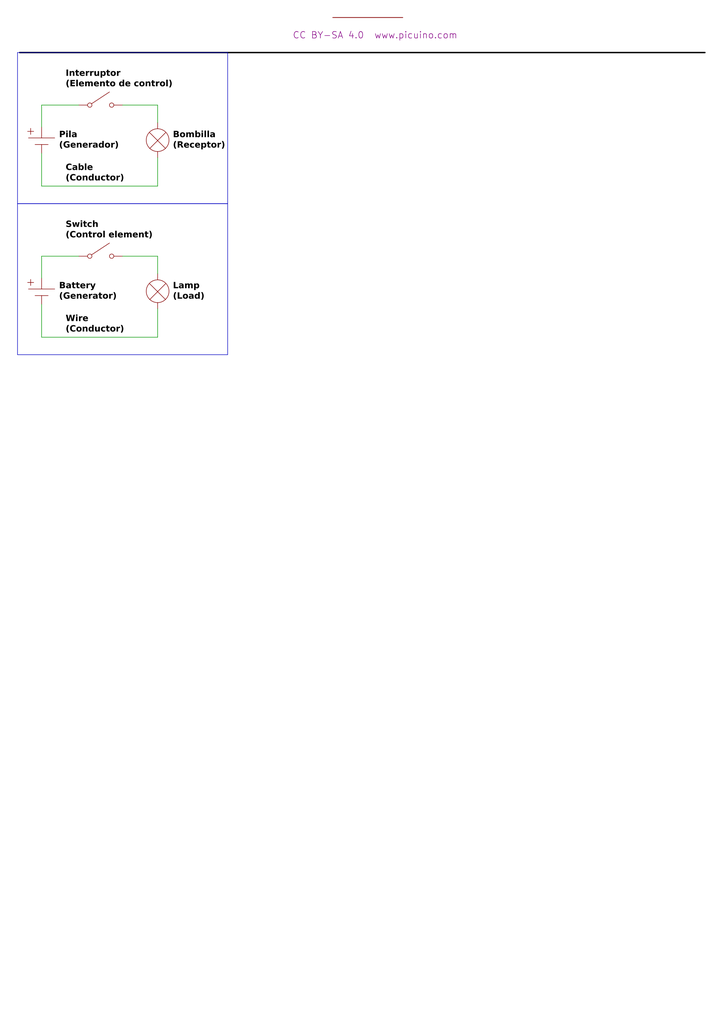
<source format=kicad_sch>
(kicad_sch (version 20230121) (generator eeschema)
  (paper "A4" portrait)
  (title_block (title "Electric circuit") (date "17/02/2023") (company "www.picuino.com") (comment 1 "Copyright (c) 2023 by Carlos Pardo Martín") (comment 2 "License Creative Commons BY-SA 4.0"))
  (lib_symbols
    (symbol "electric-circuit-rescue:CopyRight-simbolos" (pin_names (offset 1.016))
      (property "License" "CC BY-SA 4.0" (at -1.27 -1.27 0))
      (property "Web" "www.picuino.com" (at 0 -1.27 0))
      (symbol "CopyRight-simbolos_0_1"
        (polyline (pts (xy -10.16 0) (xy 10.16 0)) (stroke (width 0.2032)))
      )
    )
    (symbol "simbolos-electricos:Pila" (pin_names (offset 1.016))
      (property "Reference" "V" (at 5.08 -4.445 0))
      (symbol "Pila_0_1"
        (polyline (pts (xy -4.064 -1.27) (xy -2.286 -1.27)))
        (polyline (pts (xy -3.81 -3.175) (xy 3.81 -3.175)))
        (polyline (pts (xy -3.175 -0.381) (xy -3.175 -2.159)))
        (polyline (pts (xy -1.905 -5.08) (xy 1.905 -5.08)))
      )
      (symbol "Pila_1_1"
        (pin input line (at 0 -7.62 90) (length 2.54) (name "") (number ""))
        (pin input line (at 0 0 270) (length 3.175) (name "") (number ""))
      )
    )
    (symbol "simbolos-electricos:interruptor" (pin_names (offset 1.016))
      (property "Reference" "S" (at 4.445 3.175 0))
      (symbol "interruptor_0_0"
        (polyline (pts (xy 8.89 3.81) (xy 3.683 0.381)))
        (circle (center 3.175 0) (radius 0.635))
        (circle (center 9.525 0) (radius 0.635))
      )
      (symbol "interruptor_1_1"
        (pin input line (at 0 0 0) (length 2.54) (name "") (number ""))
        (pin input line (at 12.7 0 180) (length 2.54) (name "") (number ""))
      )
    )
    (symbol "simbolos-electricos:lampara" (pin_names (offset 1.016))
      (property "Reference" "L" (at 4.445 -5.08 0))
      (symbol "lampara_0_1"
        (circle (center 0 -5.08) (radius 3.302))
        (polyline (pts (xy -2.286 -7.493) (xy 2.286 -2.921)))
        (polyline (pts (xy -2.286 -2.921) (xy 2.286 -7.493)))
      )
      (symbol "lampara_1_1"
        (pin input line (at 0 -10.16 90) (length 1.778) (name "") (number ""))
        (pin input line (at 0 0 270) (length 1.778) (name "") (number ""))
      )
    )
  )
  (wire (pts (xy 45.72 74.295) (xy 35.56 74.295)))
  (wire (pts (xy 12.065 44.45) (xy 12.065 53.975)))
  (wire (pts (xy 45.72 30.48) (xy 35.56 30.48)))
  (wire (pts (xy 45.72 53.975) (xy 45.72 45.72)))
  (wire (pts (xy 45.72 35.56) (xy 45.72 30.48)))
  (wire (pts (xy 12.065 74.295) (xy 12.065 80.645)))
  (wire (pts (xy 12.065 53.975) (xy 45.72 53.975)))
  (wire (pts (xy 45.72 97.79) (xy 45.72 89.535)))
  (wire (pts (xy 12.065 97.79) (xy 45.72 97.79)))
  (wire (pts (xy 22.86 30.48) (xy 12.065 30.48)))
  (wire (pts (xy 12.065 88.265) (xy 12.065 97.79)))
  (wire (pts (xy 12.065 30.48) (xy 12.065 36.83)))
  (polyline (pts (xy 5.715 15.24) (xy 204.47 15.24)) (stroke (width 0.4064) (type solid) (color 0 0 0 1)))
  (wire (pts (xy 22.86 74.295) (xy 12.065 74.295)))
  (wire (pts (xy 45.72 79.375) (xy 45.72 74.295)))
  (rectangle (start 5.08 59.055) (end 66.04 102.87))
  (rectangle (start 5.08 15.24) (end 66.04 59.055))
  (text "Lamp\n(Load)" (at 50.165 87.63 0) (effects (font (size 1.8 1.8) (thickness 0.4) bold) (justify left bottom)))
  (text "Pila\n(Generador)" (at 17.145 43.815 0) (effects (font (size 1.8 1.8) (thickness 0.4) bold) (justify left bottom)))
  (text "Wire\n(Conductor)" (at 19.05 97.155 0) (effects (font (size 1.8 1.8) (thickness 0.4) bold) (justify left bottom)))
  (text "Battery\n(Generator)" (at 17.145 87.63 0) (effects (font (size 1.8 1.8) (thickness 0.4) bold) (justify left bottom)))
  (text "Bombilla\n(Receptor)" (at 50.165 43.815 0) (effects (font (size 1.8 1.8) (thickness 0.4) bold) (justify left bottom)))
  (text "Cable\n(Conductor)" (at 19.05 53.34 0) (effects (font (size 1.8 1.8) (thickness 0.4) bold) (justify left bottom)))
  (text "Interruptor\n(Elemento de control)" (at 19.05 26.035 0) (effects (font (size 1.8 1.8) (thickness 0.4) bold) (justify left bottom)))
  (text "Switch\n(Control element)" (at 19.05 69.85 0) (effects (font (size 1.8 1.8) (thickness 0.4) bold) (justify left bottom)))
  (symbol (lib_id "electric-circuit-rescue:CopyRight-simbolos") (at 106.68 5.08 0) (unit 1)
    (property "Reference" "CP?" (effects hide))
    (property "Value" "CopyRight" (effects hide))
    (property "License" "CC BY-SA 4.0" (at 95.25 10.16 0) (effects (font (size 1.905 1.905))))
    (property "Web" "www.picuino.com" (at 120.65 10.16 0) (effects (font (size 1.905 1.905))))
  )
  (symbol (lib_id "simbolos-electricos:interruptor") (at 22.86 30.48 0) (unit 1)
    (property "Reference" "S1" (effects hide))
    (property "Value" "interruptor" (effects hide))
  )
  (symbol (lib_id "simbolos-electricos:lampara") (at 45.72 35.56 0) (unit 1)
    (property "Reference" "L1" (effects hide))
    (property "Value" "lampara" (effects hide))
  )
  (symbol (lib_id "simbolos-electricos:Pila") (at 12.065 36.83 0) (unit 1)
    (property "Reference" "V1" (effects hide))
    (property "Value" "Pila" (effects hide))
  )
  (symbol (lib_id "simbolos-electricos:interruptor") (at 22.86 74.295 0) (unit 1)
    (property "Reference" "S3" (effects hide))
    (property "Value" "interruptor" (effects hide))
  )
  (symbol (lib_id "simbolos-electricos:Pila") (at 12.065 80.645 0) (unit 1)
    (property "Reference" "V3" (effects hide))
    (property "Value" "Pila" (effects hide))
  )
  (symbol (lib_id "simbolos-electricos:lampara") (at 45.72 79.375 0) (unit 1)
    (property "Reference" "L3" (effects hide))
    (property "Value" "lampara" (effects hide))
  )
)
</source>
